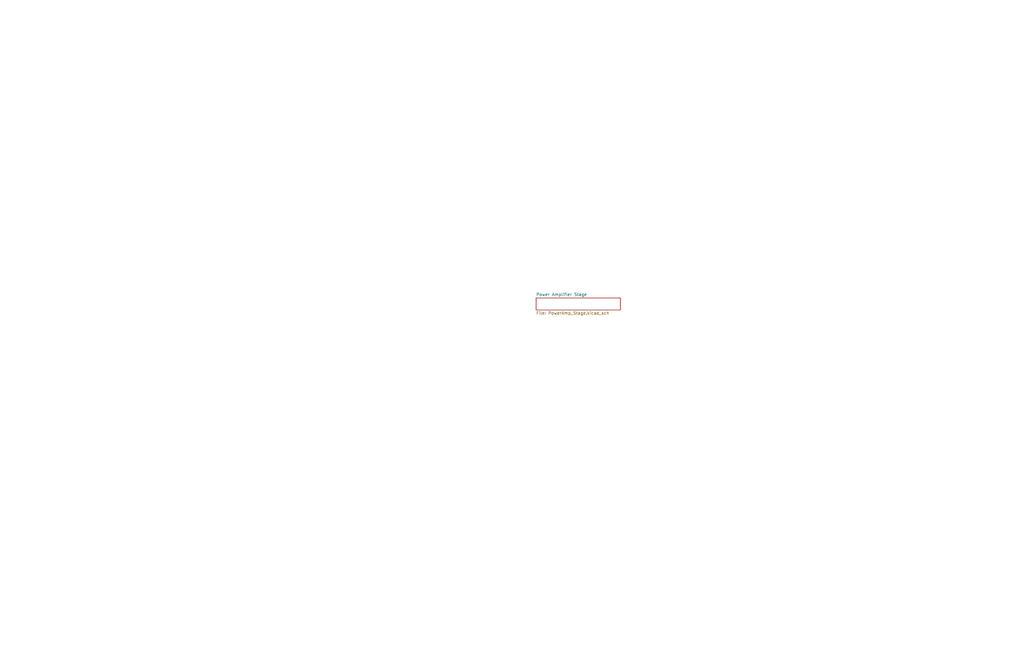
<source format=kicad_sch>
(kicad_sch (version 20230121) (generator eeschema)
  (paper "B")
  (title_block (title "Over Kill Amplifier") (date "2023-12-06") (rev "0.000.001") (company "Dunham Art Audio and Design"))
  (lib_symbols)
  (sheet (at 226.06 125.73) (size 35.56 5.08) (stroke (width 0.1524))
    (property "Sheetname" "Power Amplifier Stage" (at 226.06 125.0184 0) (effects (justify left bottom)))
    (property "Sheetfile" "PowerAmp_Stage.kicad_sch" (at 226.06 131.3946 0) (effects (justify left top)))
  )
)
</source>
